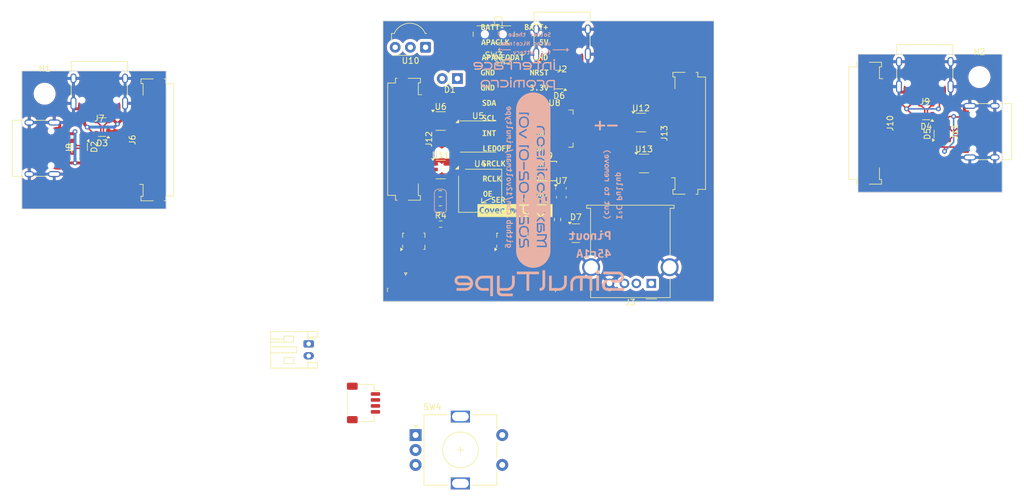
<source format=kicad_pcb>
(kicad_pcb (version 20240108) (generator "pcbnew") (generator_version "8.0")
  (layers (0 "F.Cu" signal) (31 "B.Cu" signal) (34 "B.Paste" user) (35 "F.Paste" user) (36 "B.SilkS" user "B.Silkscreen") (37 "F.SilkS" user "F.Silkscreen") (38 "B.Mask" user) (39 "F.Mask" user) (44 "Edge.Cuts" user))
  (net 0 "")
  (net 1 "GND")
  (net 2 "COL1")
  (net 3 "COL2")
  (net 4 "COL3")
  (net 5 "COL4")
  (net 6 "COL5")
  (net 7 "COL6")
  (net 8 "COL7")
  (net 9 "COL8")
  (net 10 "COL9")
  (net 11 "COL10")
  (net 12 "ROW1")
  (net 13 "ROW2")
  (net 14 "ROW3")
  (net 15 "ROW4")
  (net 16 "ROW5")
  (net 17 "ROW6")
  (net 18 "ROW7")
  (net 19 "ROW8")
  (net 20 "/SCL")
  (net 21 "/SDA")
  (net 22 "/APACLK")
  (net 23 "/APANEODAT")
  (net 24 "+3.3V")
  (net 25 "+5V")
  (net 26 "COL11")
  (net 27 "COL12")
  (net 28 "COL13")
  (net 29 "COL14")
  (net 30 "COL15")
  (net 31 "COL16")
  (net 32 "COL17")
  (net 33 "COL18")
  (net 34 "COL19")
  (net 35 "COL20")
  (net 36 "/LEDOFF")
  (net 37 "/SHIFT")
  (net 38 "/SRCLK")
  (net 39 "/CLR")
  (net 40 "/RCLK")
  (net 41 "/OE")
  (net 42 "COL21")
  (net 43 "COL22")
  (net 44 "COL23")
  (net 45 "COL24")
  (net 48 "+BATT")
  (net 49 "/NRST")
  (net 50 "Net-(JP3-A)")
  (net 51 "Net-(JP3-B)")
  (net 52 "Net-(U1-QH')")
  (net 53 "Net-(U2-QH')")
  (net 55 "/INT")
  (net 56 "/DML2")
  (net 57 "VBUSL2")
  (net 58 "/DML1")
  (net 59 "VBUSL1")
  (net 60 "/DMR1")
  (net 61 "VBUSR1")
  (net 62 "VBUSR2")
  (net 63 "/DMR2")
  (net 64 "VBUSC")
  (net 65 "/DMC1")
  (net 66 "/DPD")
  (net 67 "/CC2C")
  (net 70 "/DPC1")
  (net 71 "/CC1C")
  (net 72 "/DMD")
  (net 73 "/CC1L1")
  (net 74 "/CC1L2")
  (net 75 "/DPL2")
  (net 76 "/DPL1")
  (net 77 "/CC2L2")
  (net 78 "/CC2L1")
  (net 84 "/CC2R1")
  (net 85 "/CC1R1")
  (net 87 "/DPR1")
  (net 88 "/CC1R2")
  (net 89 "/DPR2")
  (net 90 "/CC2R2")
  (net 100 "Net-(U4-VDD-PadA19)")
  (net 241 "Net-(J4-Pin_1)")
  (net 242 "/DMPROC")
  (net 243 "/DPPROC")
  (net 244 "/SWDIO")
  (net 245 "/SWCLK")
  (net 246 "/FLAG")
  (net 247 "/ENL1")
  (net 248 "/ENL2")
  (net 249 "/ENR1")
  (net 250 "/ENR2")
  (footprint "Resistor_SMD:R_0603_1608Metric" (layer "F.Cu") (at 67.818 81.534 -90)
    (property "Reference" "R3" (hide yes))
    (property "Value" "4.7k")
  )
  (footprint "kibuzzard-65BEFA24" (layer "F.Cu") (at 64.77 74.676)
    (property "Reference" "kibuzzard-65BEFA24" (hide yes))
    (property "Value" "G***" (hide yes))
  )
  (footprint "Package_TO_SOT_SMD:SOT-143" (layer "F.Cu") (at 70.866 83.82)
    (property "Reference" "D7")
    (property "Value" "ESDUSB")
  )
  (footprint "kibuzzard-65BEF9E8" (layer "F.Cu") (at 56.388 64.516)
    (property "Reference" "kibuzzard-65BEF9E8" (hide yes))
    (property "Value" "G***" (hide yes))
  )
  (footprint "Connector_JST:JST_SH_SM04B-SRSS-TB_1x04-1MP_P1.00mm_Horizontal" (layer "F.Cu") (at 35.338 112.26 -90)
    (property "Reference" "J5" (hide yes))
    (property "Value" "Qwiic_I2C_connector")
  )
  (footprint "kibuzzard-65BEF9F0" (layer "F.Cu") (at 57.658 69.596)
    (property "Reference" "kibuzzard-65BEF9F0" (hide yes))
    (property "Value" "G***" (hide yes))
  )
  (footprint "MountingHole:MountingHole_3.2mm_M3" (layer "F.Cu") (at -18.034 60.452)
    (property "Reference" "H1")
    (property "Value" "MountingHole")
  )
  (footprint "LED_THT:LED_SideEmitter_Rectangular_W4.5mm_H1.6mm" (layer "F.Cu") (at 51.054 57.912 180)
    (property "Reference" "D1")
    (property "Value" "LED")
  )
  (footprint "Connector_USB:USB_C_Receptacle_HRO_TYPE-C-31-M-12" (layer "F.Cu") (at 129.286 56.134 180)
    (property "Reference" "J9")
    (property "Value" "USB_C_Receptacle_USB2.0_16P")
  )
  (footprint "Package_TO_SOT_SMD:SOT-23-5" (layer "F.Cu") (at 82.296 72.136)
    (property "Reference" "U13")
    (property "Value" "AP22814AW5")
  )
  (footprint "Package_DFN_QFN:DHVQFN-16-1EP_2.5x3.5mm_P0.5mm_EP1x2mm" (layer "F.Cu") (at 64.572 85.17 90)
    (property "Reference" "U3" (hide yes))
    (property "Value" "74HC595")
  )
  (footprint "Connector_USB:USB_A_Molex_67643_Horizontal" (layer "F.Cu") (at 83.51 92.228 180)
    (property "Reference" "J3")
    (property "Value" "USB_A")
  )
  (footprint "kibuzzard-65BEFA42" (layer "F.Cu") (at 64.77 64.516)
    (property "Reference" "kibuzzard-65BEFA42" (hide yes))
    (property "Value" "G***" (hide yes))
  )
  (footprint "Package_DFN_QFN:Nordic_AQFN-94-1EP_7x7mm_P0.4mm" (layer "F.Cu") (at 54.864 76.708)
    (property "Reference" "U4")
    (property "Value" "nRF5340-QKxx")
  )
  (footprint "Connector_USB:USB_C_Receptacle_HRO_TYPE-C-31-M-12" (layer "F.Cu") (at 139.954 66.802 90)
    (property "Reference" "J11")
    (property "Value" "USB_C_Receptacle_USB2.0_16P")
  )
  (footprint "Package_SON:WSON-8-1EP_6x5mm_P1.27mm_EP3.4x4.3mm" (layer "F.Cu") (at 54.522 67.623)
    (property "Reference" "U5")
    (property "Value" "W25Q32JVZP")
  )
  (footprint "Button_Switch_SMD:SW_SPDT_PCM12" (layer "F.Cu") (at 57.15 50.8 180)
    (property "Reference" "SW3")
    (property "Value" "SW_SPDT")
  )
  (footprint "kibuzzard-65BEFA6D" (layer "F.Cu") (at 65.532 51.816)
    (property "Reference" "kibuzzard-65BEFA6D" (hide yes))
    (property "Value" "G***" (hide yes))
  )
  (footprint "kibuzzard-65BEFA48" (layer "F.Cu") (at 64.77 61.976)
    (property "Reference" "kibuzzard-65BEFA48" (hide yes))
    (property "Value" "G***" (hide yes))
  )
  (footprint "Rotary_Encoder:RotaryEncoder_Alps_EC11E-Switch_Vertical_H20mm" (layer "F.Cu") (at 44.058 117.642)
    (property "Reference" "SW4")
    (property "Value" "RotaryEncoder_Switch")
  )
  (footprint "kibuzzard-65BEFA60" (layer "F.Cu") (at 64.77 56.896)
    (property "Reference" "kibuzzard-65BEFA60" (hide yes))
    (property "Value" "G***" (hide yes))
  )
  (footprint "kibuzzard-65BEFA57" (layer "F.Cu") (at 64.77 59.436)
    (property "Reference" "kibuzzard-65BEFA57" (hide yes))
    (property "Value" "G***" (hide yes))
  )
  (footprint "Resistor_SMD:R_0603_1608Metric" (layer "F.Cu") (at 48.197 79.756 180)
    (property "Reference" "R2" (hide yes))
    (property "Value" "4.7k")
  )
  (footprint "Connector_FFC-FPC:Molex_200528-0150_1x15-1MP_P1.00mm_Horizontal" (layer "F.Cu") (at -0.733999 68.18 90)
    (property "Reference" "J6")
    (property "Value" "Conn_01x15")
  )
  (footprint "Package_DFN_QFN:DHVQFN-16-1EP_2.5x3.5mm_P0.5mm_EP1x2mm" (layer "F.Cu") (at 59.5 85.17 90)
    (property "Reference" "U2" (hide yes))
    (property "Value" "74HC595")
  )
  (footprint "kibuzzard-65BEF9FD" (layer "F.Cu") (at 57.15 72.136)
    (property "Reference" "kibuzzard-65BEF9FD" (hide yes))
    (property "Value" "G***" (hide yes))
  )
  (footprint "kibuzzard-65BEFA30" (layer "F.Cu") (at 64.77 72.136)
    (property "Reference" "kibuzzard-65BEFA30" (hide yes))
    (property "Value" "G***" (hide yes))
  )
  (footprint "kibuzzard-65BEF9E1" (layer "F.Cu") (at 56.388 61.976)
    (property "Reference" "kibuzzard-65BEF9E1" (hide yes))
    (property "Value" "G***" (hide yes))
  )
  (footprint "Package_TO_SOT_SMD:SOT-143" (layer "F.Cu") (at 129.54 63.246 180)
    (property "Reference" "D4")
    (property "Value" "ESDUSB")
  )
  (footprint "Connector_JST:JST_PH_S2B-PH-K_1x02_P2.00mm_Horizontal" (layer "F.Cu") (at 26.162 102.362 -90)
    (property "Reference" "J4" (hide yes))
    (property "Value" "Conn_01x02")
  )
  (footprint "Package_TO_SOT_SMD:SOT-143" (layer "F.Cu") (at 132.411872 67.218372 90)
    (property "Reference" "D5")
    (property "Value" "ESDUSB")
  )
  (footprint "Connector_USB:USB_C_Receptacle_HRO_TYPE-C-31-M-12" (layer "F.Cu") (at 68.568 50.696 180)
    (property "Reference" "J2")
    (property "Value" "USB_C_Receptacle_USB2.0_16P")
  )
  (footprint "Package_TO_SOT_SMD:SOT-23-5" (layer "F.Cu") (at 48.26 73.152)
    (property "Reference" "U11")
    (property "Value" "AP22814AW5")
  )
  (footprint "kibuzzard-65BEF941" (layer "F.Cu") (at 56.896 49.276)
    (property "Reference" "kibuzzard-65BEF941" (hide yes))
    (property "Value" "G***" (hide yes))
  )
  (footprint "kibuzzard-65BEFA3D" (layer "F.Cu") (at 64.77 67.056)
    (property "Reference" "kibuzzard-65BEFA3D" (hide yes))
    (property "Value" "G***" (hide yes))
  )
  (footprint "Package_DFN_QFN:DHVQFN-16-1EP_2.5x3.5mm_P0.5mm_EP1x2mm" (layer "F.Cu") (at 43.752 85.17 90)
    (property "Reference" "U1" (hide yes))
    (property "Value" "74HC595")
  )
  (footprint "Capacitor_SMD:C_0805_2012Metric" (layer "F.Cu") (at 65.024 81.28)
    (property "Reference" "C1" (hide yes))
    (property "Value" "10uF")
  )
  (footprint "Package_TO_SOT_SMD:SOT-23-5" (layer "F.Cu") (at 81.788 65.278)
    (property "Reference" "U12")
    (property "Value" "AP22814AW5")
  )
  (footprint "kibuzzard-65BEFA0F" (layer "F.Cu") (at 57.912 78.232)
    (property "Reference" "kibuzzard-65BEFA0F" (hide yes))
    (property "Value" "G***" (hide yes))
  )
  (footprint "Connector_USB:USB_C_Receptacle_HRO_TYPE-C-31-M-12" (layer "F.Cu") (at -19.558 69.596 -90)
    (property "Reference" "J8")
    (property "Value" "USB_C_Receptacle_USB2.0_16P")
  )
  (footprint "kibuzzard-65BEFA03" (layer "F.Cu") (at 56.896 74.676)
    (property "Reference" "kibuzzard-65BEFA03" (hide yes))
    (property "Value" "G***" (hide yes))
  )
  (footprint "kibuzzard-65BEFA08" (layer "F.Cu") (at 56.134 77.216)
    (property "Reference" "kibuzzard-65BEFA08" (hide yes))
    (property "Value" "G***" (hide yes))
  )
  (footprint "Connector_FFC-FPC:Molex_200528-0150_1x15-1MP_P1.00mm_Horizontal" (layer "F.Cu") (at 43.688 68.072 -90)
    (property "Reference" "J12")
    (property "Value" "Conn_01x15")
  )
  (footprint "Connector_FFC-FPC:Molex_200528-0150_1x15-1MP_P1.00mm_Horizontal" (layer "F.Cu") (at 88.288001 67.07 90)
    (property "Reference" "J13")
    (property "Value" "Conn_01x15")
  )
  (footprint "kibuzzard-65BEF9C3" (layer "F.Cu") (at 57.404 51.816)
    (property "Reference" "kibuzzard-65BEF9C3" (hide yes))
    (property "Value" "G***" (hide yes))
  )
  (footprint "Package_TO_SOT_SMD:SOT-143" (layer "F.Cu") (at -8.382 66.04 180)
    (property "Reference" "D3")
    (property "Value" "ESDUSB")
  )
  (footprint "kibuzzard-65BEF9CF" (layer "F.Cu") (at 58.674 54.356)
    (property "Reference" "kibuzzard-65BEF9CF" (hide yes))
    (property "Value" "G***" (hide yes))
  )
  (footprint "Connector_FFC-FPC:TE_4-1734839-5_1x45-1MP_P0.5mm_Horizontal" (layer "F.Cu") (at 53.404 91.012)
    (property "Reference" "J1" (hide yes))
    (property "Value" "Conn_01x45")
  )
  (footprint "kibuzzard-65BEFA66" (layer "F.Cu") (at 65.024 54.356)
    (property "Reference" "kibuzzard-65BEFA66" (hide yes))
    (property "Value" "G***" (hide yes))
  )
  (footprint "maxfootprints:TINYTACTILE" (layer "F.Cu") (at 58.674 57.658)
    (property "Reference" "SW2")
    (property "Value" "SW_Push")
  )
  (footprint "kibuzzard-65BEFA36" (layer "F.Cu") (at 64.77 69.596)
    (property "Reference" "kibuzzard-65BEFA36" (hide yes))
    (property "Value" "G***" (hide yes))
  )
  (footprint "Resistor_SMD:R_0603_1608Metric" (layer "F.Cu") (at 48.26 82.296)
    (property "Reference" "R4")
    (property "Value" "4.7k")
  )
  (footprint "Package_DFN_QFN:UQFN-10_1.4x1.8mm_P0.4mm" (layer "F.Cu") (at 68.4555 77.046)
    (property "Reference" "U7")
    (property "Value" "TS3USB30ERSWR")
  )
  (footprint "Package_TO_SOT_SMD:SOT-143" (layer "F.Cu") (at -12.446 69.342 -90)
    (property "Reference" "D2")
    (property "Value" "ESDUSB")
  )
  (footprint "kibuzzard-65BEF9A5" (layer "F.Cu") (at 64.262 49.276)
    (property "Reference" "kibuzzard-65BEF9A5" (hide yes))
    (property "Value" "G***" (hide yes))
  )
  (footprint "Resistor_SMD:R_0603_1608Metric" (layer "F.Cu") (at 48.197 77.216 180)
    (property "Reference" "R1" (hide yes))
    (property "Value" "4.7k")
  )
  (footprint "kibuzzard-65BEFA17" (layer "F.Cu") (at 62.992 78.232)
    (property "Reference" "kibuzzard-65BEFA17" (hide yes))
    (property "Value" "G***" (hide yes))
  )
  (footprint "kibuzzard-65BDD880" (layer "F.Cu") (at 60.696672 80.025606)
    (property "Reference" "kibuzzard-65BDD880" (hide yes))
    (property "Value" "G***" (hide yes))
  )
  (footprint "OptoDevice:Vishay_MOLD-3Pin" (layer "F.Cu") (at 45.72 52.668 180)
    (property "Reference" "U10")
    (property "Value" "TSDP341xx")
  )
  (footprint "Connector_USB:USB_C_Receptacle_HRO_TYPE-C-31-M-12" (layer "F.Cu") (at -8.89 58.928 180)
    (property "Reference" "J7")
    (property "Value" "USB_C_Receptacle_USB2.0_16P")
  )
  (footprint "Package_TO_SOT_SMD:SOT-143" (layer "F.Cu") (at 68.096244 58.0785 180)
    (property "Reference" "D6")
    (property "Value" "ESDUSB")
  )
  (footprint "kibuzzard-65C25006" (layer "F.Cu") (at 56.388 67.056)
    (property "Reference" "kibuzzard-65C25006" (hide yes))
    (property "Value" "G***" (hide yes))
  )
  (footprint "kibuzzard-65BEF9DC" (layer "F.Cu") (at 56.134 59.436)
    (property "Reference" "kibuzzard-65BEF9DC" (hide yes))
    (property "Value" "G***" (hide yes))
  )
  (footprint "Connector_FFC-FPC:Molex_200528-0150_1x15-1MP_P1.00mm_Horizontal" (layer "F.Cu") (at 120.876 65.385999 -90)
    (property "Reference" "J10")
    (property "Value" "Conn_01x15")
  )
  (footprint "kibuzzard-65BEF9D6" (layer "F.Cu") (at 56.134 56.896)
    (property "Reference" "kibuzzard-65BEF9D6" (hide yes))
    (property "Value" "G***" (hide yes))
  )
  (footprint "Package_DFN_QFN:QFN-36-1EP_6x6mm_P0.5mm_EP3.7x3.7mm" (layer "F.Cu") (at 67.31 66.294)
    (property "Reference" "U8")
    (property "Value" "USB2514B_Bi")
  )
  (footprint "MountingHole:MountingHole_3.2mm_M3" (layer "F.Cu") (at 138.43 57.658)
    (property "Reference" "H2")
    (property "Value" "MountingHole")
  )
  (footprint "Package_SO:TSSOP-8_3x3mm_P0.65mm" (layer "F.Cu") (at 66.04 73.406)
    (property "Reference" "U9")
    (property "Value" "DS2745U")
  )
  (footprint "kibuzzard-65BEFA1D" (layer "F.Cu") (at 64.77 77.216)
    (property "Reference" "kibuzzard-65BEFA1D" (hide yes))
    (property "Value" "G***" (hide yes))
  )
  (footprint "Package_TO_SOT_SMD:SOT-23-5" (layer "F.Cu") (at 48.26 65.024)
    (property "Reference" "U6")
    (property "Value" "AP22814AW5")
  )
  (footprint "kibuzzard-65BDD6E5" (layer "B.Cu") (at 75.946 65.786)
    (property "Reference" "kibuzzard-65BDD6E5" (hide yes))
    (property "Value" "G***" (hide yes))
  )
  (footprint "maxfootprints:SolderJumper-3_P1.3mm_Bridged123_RoundedPad1.0x1.5mm" (layer "B.Cu") (at 48.197 78.486 -90)
    (property "Reference" "JP3" (hide yes))
    (property "Value" "SolderJumper_3_Bridged123")
  )
  (footprint "kibuzzard-65C29BCC" (layer "B.Cu") (at 62.23 52.07 180)
    (property "Reference" "kibuzzard-65C29BCC" (hide yes))
    (property "Value" "G***" (hide yes))
  )
  (footprint "kibuzzard-65BDD614" (layer "B.Cu") (at 63.754 74.93 90)
    (property "Reference" "kibuzzard-65BDD614" (hide yes))
    (property "Value" "G***" (hide yes))
  )
  (footprint "kibuzzard-65BDD75E" (layer "B.Cu") (at 59.69 74.422 90)
    (property "Reference" "kibuzzard-65BDD75E" (hide yes))
    (property "Value" "G***" (hide yes))
  )
  (footprint "kibuzzard-65BE09D0" (layer "B.Cu") (at 77.080699 75.692 90)
    (property "Reference" "kibuzzard-65BE09D0" (hide yes))
    (property "Value" "G***" (hide yes))
  )
  (footprint "kibuzzard-65BE0934" (layer "B.Cu") (at 64.77 92.202 180)
    (property "Reference" "kibuzzard-65BE0934" (hide yes))
    (property "Value" "G***" (hide yes))
  )
  (footprint "kibuzzard-65BDD62B" (layer "B.Cu") (at 60.581006 57.266417 180)
    (property "Reference" "kibuzzard-65BDD62B" (hide yes))
    (property "Value" "G***" (hide yes))
  )
  (footprint "kibuzzard-65BDD7EC" (layer "B.Cu") (at 73.237025 85.641274 180)
    (property "Reference" "kibuzzard-65BDD7EC" (hide yes))
    (property "Value" "G***" (hide yes))
  )
  (gr_line (start 59.944 53.086) (end 57.912 53.086) (stroke (width 0.15)) (layer "B.SilkS"))
  (gr_line (start 69.596 53.086) (end 67.056 53.086) (stroke (width 0.15)) (layer "B.SilkS"))
  (gr_line (start 69.596 53.086) (end 69.342 53.34) (stroke (width 0.15)) (layer "B.SilkS"))
  (gr_line (start 69.596 53.086) (end 69.342 52.832) (stroke (width 0.15)) (layer "B.SilkS"))
  (gr_line (start 57.912 53.086) (end 58.166 52.832) (stroke (width 0.15)) (layer "B.SilkS"))
  (gr_line (start 57.912 53.086) (end 58.166 53.34) (stroke (width 0.15)) (layer "B.SilkS"))
  (gr_line (start 66.294 78.74) (end 66.294 77.978) (stroke (width 0.15)) (layer "F.SilkS"))
  (gr_line (start 64.77 77.978) (end 66.294 78.74) (stroke (width 0.15)) (layer "F.SilkS"))
  (gr_line (start 56.642 77.978) (end 55.118 78.74) (stroke (width 0.15)) (layer "F.SilkS"))
  (gr_line (start 66.294 78.74) (end 65.532 78.74) (stroke (width 0.15)) (layer "F.SilkS"))
  (gr_line (start 55.118 78.74) (end 55.88 78.74) (stroke (width 0.15)) (layer "F.SilkS"))
  (gr_line (start 55.118 78.74) (end 55.118 77.978) (stroke (width 0.15)) (layer "F.SilkS"))
  (gr_rect (start -21.844 56.642) (end 2.286 79.756) (stroke (width 0.1)) (fill none) (layer "Edge.Cuts"))
  (gr_rect (start 38.608 48.26) (end 93.98 95.25) (stroke (width 0.1)) (fill none) (layer "Edge.Cuts"))
  (gr_rect (start 118.11 53.848) (end 142.24 76.962) (stroke (width 0.1)) (fill none) (layer "Edge.Cuts"))
  (segment (start -16.538 68.846) (end -16.764 69.072) (width 0.25) (layer "F.Cu") (net 56))
  (segment (start -16.764 69.072) (end -16.764 69.596) (width 0.25) (layer "F.Cu") (net 56))
  (segment (start -13.9 68.846) (end -13.396 68.342) (width 0.25) (layer "F.Cu") (net 56))
  (segment (start -15.513 68.846) (end -16.538 68.846) (width 0.25) (layer "F.Cu") (net 56))
  (segment (start -16.514 69.846) (end -15.513 69.846) (width 0.25) (layer "F.Cu") (net 56))
  (segment (start -9.086 69.146) (end -12.592 69.146) (width 0.25) (layer "F.Cu") (net 56))
  (segment (start -16.764 69.596) (end -16.514 69.846) (width 0.25) (layer "F.Cu") (net 56))
  (segment (start -1.643999 70.18) (end -1.879999 70.416) (width 0.25) (layer "F.Cu") (net 56))
  (segment (start -12.592 69.146) (end -13.396 68.342) (width 0.25) (layer "F.Cu") (net 56))
  (segment (start -7.816 70.416) (end -9.086 69.146) (width 0.25) (layer "F.Cu") (net 56))
  (segment (start -1.879999 70.416) (end -7.816 70.416) (width 0.25) (layer "F.Cu") (net 56))
  (segment (start -15.513 68.846) (end -13.9 68.846) (width 0.25) (layer "F.Cu") (net 56))
  (segment (start -11.496 70.342) (end -11.496 71.980001) (width 0.25) (layer "F.Cu") (net 57))
  (segment (start -1.643999 72.18) (end -3.512 72.18) (width 0.5) (layer "F.Cu") (net 57))
  (segment (start -15.513 67.145999) (end -13.297999 67.145999) (width 0.5) (layer "F.Cu") (net 57))
  (segment (start -1.643999 73.18) (end -2.512 73.18) (width 0.5) (layer "F.Cu") (net 57))
  (segment (start -11.496 71.980001) (end -11.43 72.046001) (width 0.25) (layer "F.Cu") (net 57))
  (segment (start -3.645999 72.046001) (end -11.43 72.046001) (width 0.5) (layer "F.Cu") (net 57))
  (segment (start -11.43 72.046001) (end -12.954 72.046001) (width 0.5) (layer "F.Cu") (net 57))
  (segment (start -13.297999 67.145999) (end -12.954 66.802) (width 0.5) (layer "F.Cu") (net 57))
  (segment (start -12.954 72.046001) (end -15.513 72.046001) (width 0.5) (layer "F.Cu") (net 57))
  (segment (start -3.512 72.18) (end -3.645999 72.046001) (width 0.5) (layer "F.Cu") (net 57))
  (segment (start -2.512 73.18) (end -3.645999 72.046001) (width 0.5) (layer "F.Cu") (net 57))
  (via (at -12.954 72.046001) (size 0.8) (drill 0.4) (layers "F.Cu" "B.Cu") (net 57))
  (via (at -12.954 66.802) (size 0.8) (drill 0.4) (layers "F.Cu" "B.Cu") (net 57))
  (segment (start -12.954 66.802) (end -12.954 72.046001) (width 0.5) (layer "B.Cu") (net 57))
  (segment (start -8.19 65.898) (end -7.382 65.09) (width 0.25) (layer "F.Cu") (net 58))
  (segment (start -8.914 61.722) (end -8.366 61.722) (width 0.25) (layer "F.Cu") (net 58))
  (segment (start -7.62 68.072) (end -8.19 67.502) (width 0.25) (layer "F.Cu") (net 58))
  (segment (start -2.570396 65.18) (end -5.462396 68.072) (width 0.25) (layer "F.Cu") (net 58))
  (segment (start -5.462396 68.072) (end -7.62 68.072) (width 0.25) (layer "F.Cu") (net 58))
  (segment (start -8.366 61.722) (end -8.14 61.948) (width 0.25) (layer "F.Cu") (net 58))
  (segment (start -9.14 61.948) (end -8.914 61.722) (width 0.25) (layer "F.Cu") (net 58))
  (segment (start -9.14 62.973) (end -9.14 61.948) (width 0.25) (layer "F.Cu") (net 58))
  (segment (start -8.14 64.332) (end -7.382 65.09) (width 0.25) (layer "F.Cu") (net 58))
  (segment (start -1.643999 65.18) (end -2.570396 65.18) (width 0.25) (layer "F.Cu") (net 58))
  (segment (start -8.19 67.502) (end -8.19 65.898) (width 0.25) (layer "F.Cu") (net 58))
  (segment (start -8.14 62.973) (end -8.14 64.332) (width 0.25) (layer "F.Cu") (net 58))
  (segment (start -8.14 61.948) (end -8.14 62.973) (width 0.25) (layer "F.Cu") (net 58))
  (segment (start -11.340001 62.973) (end -11.340001 65.621999) (width 0.5) (layer "F.Cu") (net 59))
  (segment (start -9.382 66.99) (end -9.972 66.99) (width 0.25) (layer "F.Cu") (net 59))
  (segment (start -4.064 64.18) (end -1.643999 64.18) (width 0.5) (layer "F.Cu") (net 59))
  (segment (start -5.842 65.532) (end -4.49 64.18) (width 0.5) (layer "F.Cu") (net 59))
  (segment (start -1.643999 63.18) (end -3.064 63.18) (width 0.5) (layer "F.Cu") (net 59))
  (segment (start -6.439999 62.973) (end -6.439999 64.934001) (width 0.5) (layer "F.Cu") (net 59))
  (segment (start -4.49 64.18) (end -4.064 64.18) (width 0.5) (layer "F.Cu") (net 59))
  (segment (start -6.439999 64.934001) (end -5.842 65.532) (width 0.5) (layer "F.Cu") (net 59))
  (segment (start -9.972 66.99) (end -10.922 66.04) (width 0.25) (layer "F.Cu") (net 59))
  (segment (start -11.340001 65.621999) (end -10.922 66.04) (width 0.5) (layer "F.Cu") (net 59))
  (segment (start -3.064 63.18) (end -4.064 64.18) (width 0.5) (layer "F.Cu") (net 59))
  (via (at -5.842 65.532) (size 0.8) (drill 0.4) (layers "F.Cu" "B.Cu") (net 59))
  (via (at -10.922 66.04) (size 0.8) (drill 0.4) (layers "F.Cu" "B.Cu") (net 59))
  (segment (start -10.922 66.04) (end -6.35 66.04) (width 0.5) (layer "B.Cu") (net 59))
  (segment (start -6.35 66.04) (end -5.842 65.532) (width 0.5) (layer "B.Cu") (net 59))
  (segment (start 123.963603 63.385999) (end 121.786 63.385999) (width 0.25) (layer "F.Cu") (net 60))
  (segment (start 129.736 65.210396) (end 128.964396 65.982) (width 0.25) (layer "F.Cu") (net 60))
  (segment (start 129.036 59.178) (end 129.286 58.928) (width 0.25) (layer "F.Cu") (net 60))
  (segment (start 130.036 59.154) (end 130.036 60.179) (width 0.25) (layer "F.Cu") (net 60))
  (segment (start 129.81 58.928) (end 130.036 59.154) (width 0.25) (layer "F.Cu") (net 60))
  (segment (start 129.036 60.179) (end 129.036 59.178) (width 0.25) (layer "F.Cu") (net 60))
  (segment (start 129.286 58.928) (end 129.81 58.928) (width 0.25) (layer "F.Cu") (net 60))
  (segment (start 130.54 62.296) (end 129.736 63.1) (width 0.25) (layer "F.Cu") (net 60))
  (segment (start 130.036 60.179) (end 130.036 61.792) (width 0.25) (layer "F.Cu") (net 60))
  (segment (start 126.559604 65.982) (end 123.963603 63.385999) (width 0.25) (layer "F.Cu") (net 60))
  (segment (start 129.736 63.1) (end 129.736 65.210396) (width 0.25) (layer "F.Cu") (net 60))
  (segment (start 130.036 61.792) (end 130.54 62.296) (width 0.25) (layer "F.Cu") (net 60))
  (segment (start 128.964396 65.982) (end 126.559604 65.982) (width 0.25) (layer "F.Cu") (net 60))
  (segment (start 121.786 60.385999) (end 121.786 61.385999) (width 0.25) (layer "F.Cu") (net 61))
  (segment (start 127.442 64.196) (end 126.238 62.992) (width 0.25) (layer "F.Cu") (net 61))
  (segment (start 131.736001 62.827999) (end 131.572 62.992) (width 0.25) (layer "F.Cu") (net 61))
  (segment (start 126.835999 60.179) (end 126.835999 62.394001) (width 0.25) (layer "F.Cu") (net 61))
  (segment (start 124.631999 61.385999) (end 121.786 61.385999) (width 0.25) (layer "F.Cu") (net 61))
  (segment (start 126.835999 62.394001) (end 126.238 62.992) (width 0.25) (layer "F.Cu") (net 61))
  (segment (start 128.54 64.196) (end 127.442 64.196) (width 0.25) (layer "F.Cu") (net 61))
  (segment (start 131.736001 60.179) (end 131.736001 62.827999) (width 0.25) (layer "F.Cu") (net 61))
  (segment (start 126.238 62.992) (end 124.631999 61.385999) (width 0.25) (layer "F.Cu") (net 61))
  (via (at 126.238 62.992) (size 0.8) (drill 0.4) (layers "F.Cu" "B.Cu") (net 61))
  (via (at 131.572 62.992) (size 0.8) (drill 0.4) (layers "F.Cu" "B.Cu") (net 61))
  (segment (start 130.556 62.992) (end 126.238 62.992) (width 0.25) (layer "B.Cu") (net 61))
  (segment (start 131.572 62.992) (end 130.556 62.992) (width 0.25) (layer "B.Cu") (net 61))
  (segment (start 132.588 69.385999) (end 121.786 69.385999) (width 0.25) (layer "F.Cu") (net 62))
  (segment (start 135.909 64.351999) (end 134.201999 64.351999) (width 0.25) (layer "F.Cu") (net 62))
  (segment (start 135.909 69.252001) (end 134.963999 69.252001) (width 0.25) (layer "F.Cu") (net 62))
  (segment (start 134.201999 64.351999) (end 134.112 64.262) (width 0.25) (layer "F.Cu") (net 62))
  (segment (start 134.963999 69.252001) (end 134.830001 69.385999) (width 0.25) (layer "F.Cu") (net 62))
  (segment (start 121.786 70.385999) (end 121.786 69.385999) (width 0.25) (layer "F.Cu") (net 62))
  (segment (start 134.830001 69.385999) (end 132.588 69.385999) (width 0.25) (layer "F.Cu") (net 62))
  (segment (start 131.461872 66.218372) (end 133.418244 64.262) (width 0.25) (layer "F.Cu") (net 62))
  (segment (start 133.418244 64.262) (end 134.112 64.262) (width 0.25) (layer "F.Cu") (net 62))
  (segment (start 132.588 70.104) (end 132.588 69.385999) (width 0.25) (layer "F.Cu") (net 62))
  (via (at 132.588 70.104) (size 0.8) (drill 0.4) (layers "F.Cu" "B.Cu") (net 62))
  (via (at 134.112 64.262) (size 0.8) (drill 0.4) (layers "F.Cu" "B.Cu") (net 62))
  (segment (start 134.112 68.58) (end 132.588 70.104) (width 0.25) (layer "B.Cu") (net 62))
  (segment (start 134.112 64.262) (end 134.112 68.58) (width 0.25) (layer "B.Cu") (net 62))
  (segment (start 137.16 66.778) (end 137.16 67.326) (width 0.25) (layer "F.Cu") (net 63))
  (segment (start 135.909 67.552) (end 134.028244 67.552) (width 0.25) (layer "F.Cu") (net 63))
  (segment (start 132.486872 67.343372) (end 124.680628 67.343372) (width 0.25) (layer "F.Cu") (net 63))
  (segment (start 134.028244 67.552) (end 133.361872 68.218372) (width 0.25) (layer "F.Cu") (net 63))
  (segment (start 136.934 67.552) (end 135.909 67.552) (width 0.25) (layer "F.Cu") (net 63))
  (segment (start 135.909 66.552) (end 136.934 66.552) (width 0.25) (layer "F.Cu") (net 63))
  (segment (start 123.638001 68.385999) (end 121.786 68.385999) (width 0.25) (layer "F.Cu") (net 63))
  (segment (start 136.934 66.552) (end 137.16 66.778) (width 0.25) (layer "F.Cu") (net 63))
  (segment (start 133.361872 68.218372) (end 132.486872 67.343372) (width 0.25) (layer "F.Cu") (net 63))
  (segment (start 124.680628 67.343372) (end 123.638001 68.385999) (width 0.25) (layer "F.Cu") (net 63))
  (segment (start 137.16 67.326) (end 136.934 67.552) (width 0.25) (layer "F.Cu") (net 63))
  (segment (start -2.082 62.18) (end -3.81 60.452) (width 0.25) (layer "F.Cu") (net 73))
  (segment (start -6.35 60.452) (end -7.64 61.742) (width 0.25) (layer "F.Cu") (net 73))
  (segment (start -1.643999 62.18) (end -2.082 62.18) (width 0.25) (layer "F.Cu") (net 73))
  (segment (start -7.64 61.742) (end -7.64 62.972999) (width 0.25) (layer "F.Cu") (net 73))
  (segment (start -3.81 60.452) (end -6.35 60.452) (width 0.25) (layer "F.Cu") (net 73))
  (segment (start -1.643999 75.18) (end -3.552 75.18) (width 0.25) (layer "F.Cu") (net 74))
  (segment (start -4.572 76.2) (end -17.400396 76.2) (width 0.25) (layer "F.Cu") (net 74))
  (segment (start -17.400396 76.2) (end -18.796 74.804396) (width 0.25) (layer "F.Cu") (net 74))
  (segment (start -3.552 75.18) (end -4.572 76.2) (width 0.25) (layer "F.Cu") (net 74))
  (segment (start -18.796 74.804396) (end -18.796 70.104) (width 0.25) (layer "F.Cu") (net 74))
  (segment (start -18.796 70.104) (end -17.038 68.346) (width 0.25) (layer "F.Cu") (net 74))
  (segment (start -17.038 68.346) (end -15.513001 68.346) (width 0.25) (layer "F.Cu") (net 74))
  (segment (start -14.392 69.346) (end -13.929 69.809) (width 0.25) (layer "F.Cu") (net 75))
  (segment (start -13.929 69.809) (end -13.396 70.342) (width 0.25) (layer "F.Cu") (net 75))
  (segment (start -14.202 70.082) (end -13.929 69.809) (width 0.25) (layer "F.Cu") (net 75))
  (segment (start -2.734 71.18) (end -3.048 70.866) (width 0.25) (layer "F.Cu") (net 75))
  (segment (start -9.272396 69.596) (end -12.65 69.596) (width 0.25) (layer "F.Cu") (net 75))
  (segment (start -3.048 70.866) (end -8.002396 70.866) (width 0.25) (layer "F.Cu") (net 75))
  (segment (start -15.513 70.346) (end -14.488 70.346) (width 0.25) (layer "F.Cu") (net 75))
  (segment (start -1.643999 71.18) (end -2.734 71.18) (width 0.25) (layer "F.Cu") (net 75))
  (segment (start -12.65 69.596) (end -13.396 70.342) (width 0.25) (layer "F.Cu") (net 75))
  (segment (start -15.513 69.346) (end -14.392 69.346) (width 0.25) (layer "F.Cu") (net 75))
  (segment (start -14.224 70.082) (end -14.202 70.082) (width 0.25) (layer "F.Cu") (net 75))
  (segment (start -14.488 70.346) (end -14.224 70.082) (width 0.25) (layer "F.Cu") (net 75))
  (segment (start -8.002396 70.866) (end -9.272396 69.596) (width 0.25) (layer "F.Cu") (net 75))
  (segment (start -9.376 64.262) (end -9.382 64.268) (width 0.25) (layer "F.Cu") (net 76))
  (segment (start -2.54 65.786) (end -5.334 68.58) (width 0.25) (layer "F.Cu") (net 76))
  (segment (start -5.334 68.58) (end -8.128 68.58) (width 0.25) (layer "F.Cu") (net 76))
  (segment (start -1.643999 66.18) (end -2.037999 65.786) (width 0.25) (layer "F.Cu") (net 76))
  (segment (start -8.64 65.786) (end -9.336 65.09) (width 0.25) (layer "F.Cu") (net 76))
  (segment (start -2.037999 65.786) (end -2.54 65.786) (width 0.25) (layer "F.Cu") (net 76))
  (segment (start -8.64 63.998) (end -8.64 62.973) (width 0.25) (layer "F.Cu") (net 76))
  (segment (start -8.64 63.998) (end -8.64 64.262) (width 0.25) (layer "F.Cu") (net 76))
  (segment (start -8.64 68.068) (end -8.64 65.786) (width 0.25) (layer "F.Cu") (net 76))
  (segment (start -9.382 65.004) (end -8.64 64.262) (width 0.25) (layer "F.Cu") (net 76))
  (segment (start -9.64 63.998) (end -9.376 64.262) (width 0.25) (layer "F.Cu") (net 76))
  (segment (start -8.128 68.58) (end -8.64 68.068) (width 0.25) (layer "F.Cu") (net 76))
  (segment (start -9.382 65.09) (end -9.382 65.004) (width 0.25) (layer "F.Cu") (net 76))
  (segment (start -9.336 65.09) (end -9.382 65.09) (width 0.25) (layer "F.Cu") (net 76))
  (segment (start -9.64 62.973) (end -9.64 63.998) (width 0.25) (layer "F.Cu") (net 76))
  (segment (start -9.376 64.262) (end -8.64 64.262) (width 0.25) (layer "F.Cu") (net 76))
  (segment (start -18.288 72.136) (end -17.498 71.346) (width 0.25) (layer "F.Cu") (net 77))
  (segment (start -5.08 75.692) (end -17.272 75.692) (width 0.25) (layer "F.Cu") (net 77))
  (segment (start -18.288 74.676) (end -18.288 72.136) (width 0.25) (layer "F.Cu") (net 77))
  (segment (start -1.643999 74.18) (end -3.568 74.18) (width 0.25) (layer "F.Cu") (net 77))
  (segment (start -3.568 74.18) (end -5.08 75.692) (width 0.25) (layer "F.Cu") (net 77))
  (segment (start -17.272 75.692) (end -18.288 74.676) (width 0.25) (layer "F.Cu") (net 77))
  (segment (start -17.498 71.346) (end -15.513 71.346) (width 0.25) (layer "F.Cu") (net 77))
  (segment (start -1.643999 61.18) (end -3.133999 59.69) (width 0.25) (layer "F.Cu") (net 78))
  (segment (start -8.636 59.69) (end -10.64 61.694) (width 0.25) (layer "F.Cu") (net 78))
  (segment (start -10.64 61.694) (end -10.64 62.973) (width 0.25) (layer "F.Cu") (net 78))
  (segment (start -3.133999 59.69) (end -8.636 59.69) (width 0.25) (layer "F.Cu") (net 78))
  (segment (start 122.732001 59.385999) (end 124.714 57.404) (width 0.25) (layer "F.Cu") (net 84))
  (segment (start 124.714 57.404) (end 126.746 57.404) (width 0.25) (layer "F.Cu") (net 84))
  (segment (start 127.536 58.194) (end 127.536 60.179) (width 0.25) (layer "F.Cu") (net 84))
  (segment (start 121.786 59.385999) (end 122.732001 59.385999) (width 0.25) (layer "F.Cu") (net 84))
  (segment (start 126.746 57.404) (end 127.536 58.194) (width 0.25) (layer "F.Cu") (net 84))
  (segment (start 129.286 56.642) (end 130.536 57.892) (width 0.25) (layer "F.Cu") (net 85))
  (segment (start 121.786 58.385999) (end 122.716001 58.385999) (width 0.25) (layer "F.Cu") (net 85))
  (segment (start 130.536 57.892) (end 130.536 60.178999) (width 0.25) (layer "F.Cu") (net 85))
  (segment (start 124.46 56.642) (end 129.286 56.642) (width 0.25) (layer "F.Cu") (net 85))
  (segment (start 122.716001 58.385999) (end 124.46 56.642) (width 0.25) (layer "F.Cu") (net 85))
  (segment (start 129.536 61.3) (end 129.073 61.763) (width 0.25) (layer "F.Cu") (net 87))
  (segment (start 126.746 65.532) (end 123.599999 62.385999) (width 0.25) (layer "F.Cu") (net 87))
  (segment (start 129.286 63.042) (end 129.286 65.024) (width 0.25) (layer "F.Cu") (net 87))
  (segment (start 123.599999 62.385999) (end 121.786 62.385999) (width 0.25) (layer "F.Cu") (net 87))
  (segment (start 129.536 60.179) (end 129.536 61.3) (width 0.25) (layer "F.Cu") (net 87))
  (segment (start 128.536 61.204) (end 129.073 61.741) (width 0.25) (layer "F.Cu") (net 87))
  (segment (start 129.286 65.024) (end 128.778 65.532) (width 0.25) (layer "F.Cu") (net 87))
  (segment (start 129.073 61.741) (end 129.073 61.763) (width 0.25) (layer "F.Cu") (net 87))
  (segment (start 128.778 65.532) (end 126.746 65.532) (width 0.25) (layer "F.Cu") (net 87))
  (segment (start 128.536 60.179) (end 128.536 61.204) (width 0.25) (layer "F.Cu") (net 87))
  (segment (start 129.073 61.763) (end 128.54 62.296) (width 0.25) (layer "F.Cu") (net 87))
  (segment (start 128.54 62.296) (end 129.286 63.042) (width 0.25) (layer "F.Cu") (net 87))
  (segment (start 125.222 72.898) (end 137.668 72.898) (width 0.25) (layer "F.Cu") (net 88))
  (segment (start 137.902 68.052) (end 135.909001 68.052) (width 0.25) (layer "F.Cu") (net 88))
  (segment (start 123.709999 71.385999) (end 125.222 72.898) (width 0.25) (layer "F.Cu") (net 88))
  (segment (start 138.684 68.834) (end 137.902 68.052) (width 0.25) (layer "F.Cu") (net 88))
  (segment (start 137.668 72.898) (end 138.684 71.882) (width 0.25) (layer "F.Cu") (net 88))
  (segment (start 138.684 71.882) (end 138.684 68.834) (width 0.25) (layer "F.Cu") (net 88))
  (segment (start 121.786 71.385999) (end 123.709999 71.385999) (width 0.25) (layer "F.Cu") (net 88))
  (segment (start 134.884 66.052) (end 134.05075 66.88525) (width 0.25) (layer "F.Cu") (net 89))
  (segment (start 134.02875 66.88525) (end 133.361872 66.218372) (width 0.25) (layer "F.Cu") (net 89))
  (segment (start 124.494232 66.893372) (end 124.001605 67.385999) (width 0.25) (layer "F.Cu") (net 89))
  (segment (start 134.05075 66.88525) (end 134.02875 66.88525) (width 0.25) (layer "F.Cu") (net 89))
  (segment (start 135.909 67.052) (end 134.1955 67.052) (width 0.25) (layer "F.Cu") (net 89))
  (segment (start 133.361872 66.218372) (end 132.686872 66.893372) (width 0.25) (layer "F.Cu") (net 89))
  (segment (start 124.001605 67.385999) (end 121.786 67.385999) (width 0.25) (layer "F.Cu") (net 89))
  (segment (start 132.686872 66.893372) (end 124.494232 66.893372) (width 0.25) (layer "F.Cu") (net 89))
  (segment (start 134.1955 67.052) (end 134.02875 66.88525) (width 0.25) (layer "F.Cu") (net 89))
  (segment (start 135.909 66.052) (end 134.884 66.052) (width 0.25) (layer "F.Cu") (net 89))
  (segment (start 121.786 72.385999) (end 123.185999 72.385999) (width 0.25) (layer "F.Cu") (net 90))
  (segment (start 124.46 73.66) (end 137.922 73.66) (width 0.25) (layer "F.Cu") (net 90))
  (segment (start 123.185999 72.385999) (end 124.46 73.66) (width 0.25) (layer "F.Cu") (net 90))
  (segment (start 139.192 72.39) (end 139.192 66.294) (width 0.25) (layer "F.Cu") (net 90))
  (segment (start 137.922 73.66) (end 139.192 72.39) (width 0.25) (layer "F.Cu") (net 90))
  (segment (start 139.192 66.294) (end 137.95 65.052) (width 0.25) (layer "F.Cu") (net 90))
  (segment (start 137.95 65.052) (end 135.909 65.052) (width 0.25) (layer "F.Cu") (net 90))
  (zone (net 1) (net_name "GND") (layers "F&B.Cu") (priority 1) (connect_pads (clearance 0.5)) (min_thickness 0.25) (fill yes (thermal_gap 0.5) (thermal_bridge_width 0.5))
    (polygon (pts (xy 118.11 53.848) (xy 142.24 53.848) (xy 142.24 76.962) (xy 118.11 76.962)))
  )
  (zone (net 1) (net_name "GND") (layers "F&B.Cu") (priority 1) (connect_pads (clearance 0.5)) (min_thickness 0.25) (fill yes (thermal_gap 0.5) (thermal_bridge_width 0.5))
    (polygon (pts (xy -21.844 56.642) (xy 2.286 56.642) (xy 2.286 79.756) (xy -21.844 79.756)))
  )
  (zone (net 1) (net_name "GND") (layers "F&B.Cu") (connect_pads (clearance 0.5)) (min_thickness 0.25) (fill yes (thermal_gap 0.5) (thermal_bridge_width 0.5))
    (polygon (pts (xy 38.608 48.26) (xy 93.98 48.26) (xy 93.98 95.25) (xy 38.608 95.25)))
  )
)
</source>
